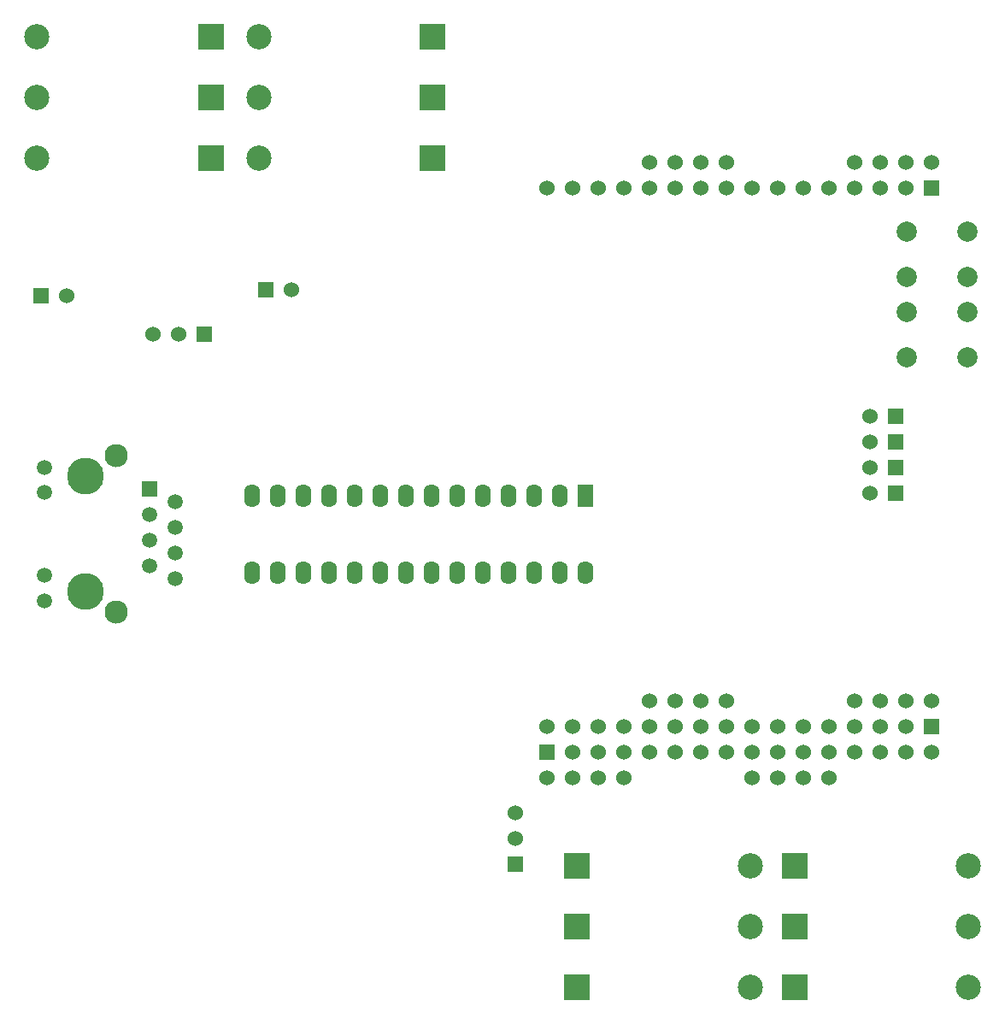
<source format=gbs>
G04 (created by PCBNEW (2013-07-07 BZR 4022)-stable) date 03/07/2014 16:21:05*
%MOIN*%
G04 Gerber Fmt 3.4, Leading zero omitted, Abs format*
%FSLAX34Y34*%
G01*
G70*
G90*
G04 APERTURE LIST*
%ADD10C,0.00590551*%
%ADD11R,0.06X0.06*%
%ADD12C,0.06*%
%ADD13R,0.0984252X0.0984252*%
%ADD14C,0.0984252*%
%ADD15O,0.062X0.09*%
%ADD16R,0.062X0.09*%
%ADD17C,0.1437*%
%ADD18R,0.0591X0.0591*%
%ADD19C,0.0591*%
%ADD20C,0.0905512*%
%ADD21C,0.0787402*%
G04 APERTURE END LIST*
G54D10*
G54D11*
X60285Y-42667D03*
G54D12*
X59285Y-42667D03*
G54D11*
X26950Y-36000D03*
G54D12*
X27950Y-36000D03*
G54D11*
X35700Y-35750D03*
G54D12*
X36700Y-35750D03*
G54D11*
X60285Y-40667D03*
G54D12*
X59285Y-40667D03*
G54D11*
X60285Y-41667D03*
G54D12*
X59285Y-41667D03*
G54D11*
X60285Y-43667D03*
G54D12*
X59285Y-43667D03*
G54D11*
X61685Y-31767D03*
G54D12*
X55685Y-31767D03*
X60685Y-31767D03*
X54685Y-31767D03*
X59685Y-31767D03*
X53685Y-31767D03*
X58685Y-31767D03*
X52685Y-31767D03*
X57685Y-31767D03*
X51685Y-31767D03*
X56685Y-31767D03*
X50685Y-31767D03*
X49685Y-31767D03*
X48685Y-31767D03*
X47685Y-31767D03*
X46685Y-31767D03*
X50685Y-30767D03*
X51685Y-30767D03*
X52685Y-30767D03*
X53685Y-30767D03*
X58685Y-30767D03*
X59685Y-30767D03*
X60685Y-30767D03*
X61685Y-30767D03*
G54D11*
X61685Y-52767D03*
G54D12*
X55685Y-52767D03*
X60685Y-52767D03*
X54685Y-52767D03*
X59685Y-52767D03*
X53685Y-52767D03*
X58685Y-52767D03*
X52685Y-52767D03*
X57685Y-52767D03*
X51685Y-52767D03*
X56685Y-52767D03*
X50685Y-52767D03*
X49685Y-52767D03*
X48685Y-52767D03*
X47685Y-52767D03*
X46685Y-52767D03*
X50685Y-51767D03*
X51685Y-51767D03*
X52685Y-51767D03*
X53685Y-51767D03*
X58685Y-51767D03*
X59685Y-51767D03*
X60685Y-51767D03*
X61685Y-51767D03*
G54D13*
X42224Y-25885D03*
X42224Y-28248D03*
X42224Y-30610D03*
G54D14*
X35433Y-25885D03*
X35433Y-28248D03*
X35433Y-30610D03*
G54D13*
X33562Y-25885D03*
X33562Y-28248D03*
X33562Y-30610D03*
G54D14*
X26771Y-25885D03*
X26771Y-28248D03*
X26771Y-30610D03*
G54D13*
X56330Y-62940D03*
X56330Y-60578D03*
X56330Y-58216D03*
G54D14*
X63122Y-62940D03*
X63122Y-60578D03*
X63122Y-58216D03*
G54D13*
X47830Y-62940D03*
X47830Y-60578D03*
X47830Y-58216D03*
G54D14*
X54622Y-62940D03*
X54622Y-60578D03*
X54622Y-58216D03*
G54D15*
X47185Y-43767D03*
X46185Y-43767D03*
X45185Y-43767D03*
X44185Y-43767D03*
X43185Y-43767D03*
X42185Y-43767D03*
X41185Y-43767D03*
X40185Y-43767D03*
X39185Y-43767D03*
X38185Y-43767D03*
X37185Y-43767D03*
X36185Y-43767D03*
X35185Y-43767D03*
G54D16*
X48185Y-43767D03*
G54D15*
X35185Y-46767D03*
X36185Y-46767D03*
X37185Y-46767D03*
X38185Y-46767D03*
X39185Y-46767D03*
X40185Y-46767D03*
X41185Y-46767D03*
X42185Y-46767D03*
X43185Y-46767D03*
X44185Y-46767D03*
X45185Y-46767D03*
X46185Y-46767D03*
X47185Y-46767D03*
X48185Y-46767D03*
G54D11*
X46685Y-53767D03*
G54D12*
X52685Y-53767D03*
X47685Y-53767D03*
X53685Y-53767D03*
X48685Y-53767D03*
X54685Y-53767D03*
X49685Y-53767D03*
X55685Y-53767D03*
X50685Y-53767D03*
X56685Y-53767D03*
X51685Y-53767D03*
X57685Y-53767D03*
X58685Y-53767D03*
X59685Y-53767D03*
X60685Y-53767D03*
X61685Y-53767D03*
X57685Y-54767D03*
X56685Y-54767D03*
X55685Y-54767D03*
X54685Y-54767D03*
X49685Y-54767D03*
X48685Y-54767D03*
X47685Y-54767D03*
X46685Y-54767D03*
G54D11*
X33300Y-37500D03*
G54D12*
X32300Y-37500D03*
X31300Y-37500D03*
G54D11*
X45450Y-58150D03*
G54D12*
X45450Y-57150D03*
X45450Y-56150D03*
G54D17*
X28685Y-47517D03*
X28685Y-43017D03*
G54D18*
X31185Y-43517D03*
G54D19*
X32185Y-44017D03*
X31185Y-44517D03*
X32185Y-45017D03*
X31185Y-45517D03*
X32185Y-46017D03*
X31185Y-46517D03*
X32185Y-47017D03*
X27085Y-42667D03*
X27085Y-43642D03*
X27085Y-46867D03*
X27085Y-47867D03*
G54D20*
X29885Y-42217D03*
X29885Y-48317D03*
G54D21*
X60715Y-33476D03*
X63077Y-33476D03*
X60715Y-35248D03*
X63077Y-35248D03*
X60715Y-36626D03*
X63077Y-36626D03*
X60715Y-38398D03*
X63077Y-38398D03*
M02*

</source>
